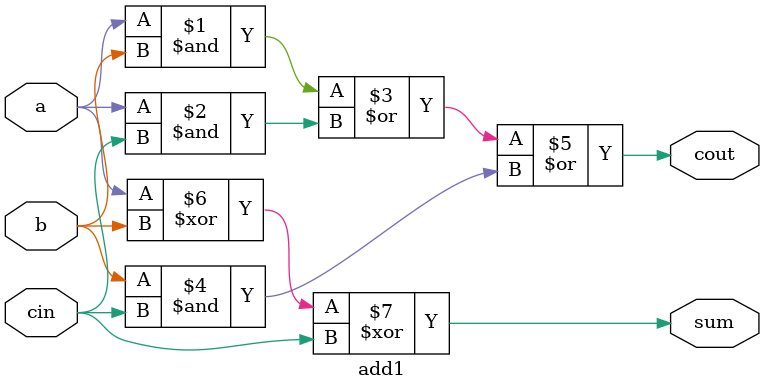
<source format=v>
module top_module (
    input [31:0] a,
    input [31:0] b,
    output [31:0] sum
);//
        
    wire [15:0] int1, int2, c1, c2;
    add16 res1(.a(a[15:0]), .b(b[15:0]), .cin(1'b0), .sum(int1), .cout(c1));
    add16 res2(.a(a[31:16]), .b(b[31:16]),.cin(c1), .sum(int2), .cout(c2));
    
    assign sum = {int2, int1};

endmodule

module add1 ( input a, input b, input cin,   output sum, output cout );
    assign cout = a&b | a&cin | b&cin;
    assign sum = a ^ b ^ cin;

endmodule

</source>
